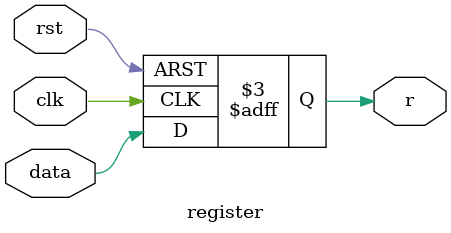
<source format=v>
`timescale 1ns / 1ps

module register (r, rst, data, clk);
	output reg r;
	input rst,clk;
	input data;


    always @(posedge clk or negedge rst)
    begin
      if (rst==0)
	       begin
 	        r=0;
         end
      else
        begin
          r=data;
        end
    end
  
endmodule
</source>
